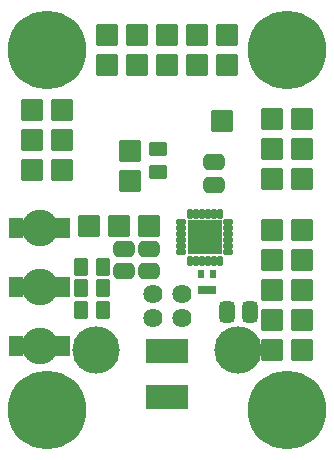
<source format=gbr>
%TF.GenerationSoftware,KiCad,Pcbnew,7.0.5.1-1-g8f565ef7f0-dirty-deb11*%
%TF.CreationDate,2023-07-10T00:45:30+00:00*%
%TF.ProjectId,USBI2C01,55534249-3243-4303-912e-6b696361645f,I2CUSB01A*%
%TF.SameCoordinates,Original*%
%TF.FileFunction,Soldermask,Bot*%
%TF.FilePolarity,Negative*%
%FSLAX46Y46*%
G04 Gerber Fmt 4.6, Leading zero omitted, Abs format (unit mm)*
G04 Created by KiCad (PCBNEW 7.0.5.1-1-g8f565ef7f0-dirty-deb11) date 2023-07-10 00:45:30*
%MOMM*%
%LPD*%
G01*
G04 APERTURE LIST*
G04 Aperture macros list*
%AMRoundRect*
0 Rectangle with rounded corners*
0 $1 Rounding radius*
0 $2 $3 $4 $5 $6 $7 $8 $9 X,Y pos of 4 corners*
0 Add a 4 corners polygon primitive as box body*
4,1,4,$2,$3,$4,$5,$6,$7,$8,$9,$2,$3,0*
0 Add four circle primitives for the rounded corners*
1,1,$1+$1,$2,$3*
1,1,$1+$1,$4,$5*
1,1,$1+$1,$6,$7*
1,1,$1+$1,$8,$9*
0 Add four rect primitives between the rounded corners*
20,1,$1+$1,$2,$3,$4,$5,0*
20,1,$1+$1,$4,$5,$6,$7,0*
20,1,$1+$1,$6,$7,$8,$9,0*
20,1,$1+$1,$8,$9,$2,$3,0*%
G04 Aperture macros list end*
%ADD10C,6.654800*%
%ADD11RoundRect,0.101600X0.825500X-0.825500X0.825500X0.825500X-0.825500X0.825500X-0.825500X-0.825500X0*%
%ADD12RoundRect,0.101600X-0.825500X0.825500X-0.825500X-0.825500X0.825500X-0.825500X0.825500X0.825500X0*%
%ADD13RoundRect,0.101600X0.825500X0.825500X-0.825500X0.825500X-0.825500X-0.825500X0.825500X-0.825500X0*%
%ADD14C,1.625600*%
%ADD15C,4.013200*%
%ADD16C,3.100000*%
%ADD17RoundRect,0.101600X-0.525000X0.750000X-0.525000X-0.750000X0.525000X-0.750000X0.525000X0.750000X0*%
%ADD18RoundRect,0.101600X-1.700000X0.950000X-1.700000X-0.950000X1.700000X-0.950000X1.700000X0.950000X0*%
%ADD19RoundRect,0.101600X0.647700X-0.495300X0.647700X0.495300X-0.647700X0.495300X-0.647700X-0.495300X0*%
%ADD20RoundRect,0.101600X0.495300X0.647700X-0.495300X0.647700X-0.495300X-0.647700X0.495300X-0.647700X0*%
%ADD21RoundRect,0.450000X-0.250000X-0.475000X0.250000X-0.475000X0.250000X0.475000X-0.250000X0.475000X0*%
%ADD22RoundRect,0.450000X-0.475000X0.250000X-0.475000X-0.250000X0.475000X-0.250000X0.475000X0.250000X0*%
%ADD23RoundRect,0.101600X0.175000X0.275000X-0.175000X0.275000X-0.175000X-0.275000X0.175000X-0.275000X0*%
%ADD24RoundRect,0.101600X-0.175000X-0.275000X0.175000X-0.275000X0.175000X0.275000X-0.175000X0.275000X0*%
%ADD25RoundRect,0.101600X0.125000X-0.350000X0.125000X0.350000X-0.125000X0.350000X-0.125000X-0.350000X0*%
%ADD26RoundRect,0.101600X-0.350000X-0.125000X0.350000X-0.125000X0.350000X0.125000X-0.350000X0.125000X0*%
%ADD27RoundRect,0.101600X-0.125000X0.350000X-0.125000X-0.350000X0.125000X-0.350000X0.125000X0.350000X0*%
%ADD28RoundRect,0.101600X0.350000X0.125000X-0.350000X0.125000X-0.350000X-0.125000X0.350000X-0.125000X0*%
%ADD29RoundRect,0.101600X1.350000X-1.350000X1.350000X1.350000X-1.350000X1.350000X-1.350000X-1.350000X0*%
%ADD30RoundRect,0.101600X-0.495300X-0.647700X0.495300X-0.647700X0.495300X0.647700X-0.495300X0.647700X0*%
%ADD31RoundRect,0.450000X0.475000X-0.250000X0.475000X0.250000X-0.475000X0.250000X-0.475000X-0.250000X0*%
G04 APERTURE END LIST*
D10*
%TO.C,X4*%
X138341100Y-89763600D03*
%TD*%
%TO.C,X3*%
X138341100Y-120243600D03*
%TD*%
D11*
%TO.C,SV7*%
X153104850Y-95796100D03*
%TD*%
%TO.C,SV4*%
X159931100Y-100717350D03*
X157391100Y-100717350D03*
X159931100Y-98177350D03*
X157391100Y-98177350D03*
X159931100Y-95637350D03*
X157391100Y-95637350D03*
%TD*%
D10*
%TO.C,X6*%
X158661100Y-89763600D03*
%TD*%
D12*
%TO.C,SV3*%
X146913600Y-104686100D03*
X144373600Y-104686100D03*
X141833600Y-104686100D03*
%TD*%
D11*
%TO.C,SV6*%
X139611100Y-99923600D03*
X137071100Y-99923600D03*
X139611100Y-97383600D03*
X137071100Y-97383600D03*
X139611100Y-94843600D03*
X137071100Y-94843600D03*
%TD*%
%TO.C,SV2*%
X159931100Y-115163600D03*
X157391100Y-115163600D03*
X159931100Y-112623600D03*
X157391100Y-112623600D03*
X159931100Y-110083600D03*
X157391100Y-110083600D03*
X159931100Y-107543600D03*
X157391100Y-107543600D03*
X159931100Y-105003600D03*
X157391100Y-105003600D03*
%TD*%
D10*
%TO.C,X5*%
X158661100Y-120243600D03*
%TD*%
D13*
%TO.C,SV5*%
X153581100Y-88493600D03*
X153581100Y-91033600D03*
X151041100Y-88493600D03*
X151041100Y-91033600D03*
X148501100Y-88493600D03*
X148501100Y-91033600D03*
X145961100Y-88493600D03*
X145961100Y-91033600D03*
X143421100Y-88493600D03*
X143421100Y-91033600D03*
%TD*%
%TO.C,SV1*%
X145326100Y-100876100D03*
X145326100Y-98336100D03*
%TD*%
D14*
%TO.C,X2*%
X149751100Y-110463600D03*
X147251100Y-110463600D03*
X147251100Y-112463600D03*
X149751100Y-112463600D03*
D15*
X142501100Y-115163600D03*
X154501100Y-115163600D03*
%TD*%
D16*
%TO.C,D2*%
X137706100Y-104823600D03*
D17*
X139706100Y-104823600D03*
X135706100Y-104823600D03*
%TD*%
D18*
%TO.C,P1*%
X148501100Y-115277350D03*
X148501100Y-119177350D03*
%TD*%
D19*
%TO.C,R5*%
X147707350Y-100079850D03*
X147707350Y-98179850D03*
%TD*%
D16*
%TO.C,D1*%
X137706100Y-114823600D03*
D17*
X139706100Y-114823600D03*
X135706100Y-114823600D03*
%TD*%
D20*
%TO.C,R4*%
X143101100Y-108178600D03*
X141201100Y-108178600D03*
%TD*%
%TO.C,R3*%
X143101100Y-109924850D03*
X141201100Y-109924850D03*
%TD*%
D21*
%TO.C,C1*%
X153583600Y-111988600D03*
X155483600Y-111988600D03*
%TD*%
D16*
%TO.C,D3*%
X137706100Y-109823600D03*
D17*
X139706100Y-109823600D03*
X135706100Y-109823600D03*
%TD*%
D22*
%TO.C,C3*%
X146913600Y-106593600D03*
X146913600Y-108493600D03*
%TD*%
D23*
%TO.C,D4*%
X152334850Y-110123600D03*
X151834850Y-110123600D03*
X151334850Y-110123600D03*
D24*
X151334850Y-108773600D03*
X152334850Y-108773600D03*
%TD*%
D25*
%TO.C,X1*%
X152926100Y-107613600D03*
X152426100Y-107613600D03*
X151926100Y-107613600D03*
X151426100Y-107613600D03*
X150926100Y-107613600D03*
X150426100Y-107613600D03*
D26*
X149701100Y-106888600D03*
X149701100Y-106388600D03*
X149701100Y-105888600D03*
X149701100Y-105388600D03*
X149701100Y-104888600D03*
X149701100Y-104388600D03*
D27*
X150426100Y-103663600D03*
X150926100Y-103663600D03*
X151426100Y-103663600D03*
X151926100Y-103663600D03*
X152426100Y-103663600D03*
X152926100Y-103663600D03*
D28*
X153651100Y-104388600D03*
X153651100Y-104888600D03*
X153651100Y-105388600D03*
X153651100Y-105888600D03*
X153651100Y-106388600D03*
X153651100Y-106888600D03*
D29*
X151676100Y-105638600D03*
%TD*%
D30*
%TO.C,R1*%
X141201100Y-111829850D03*
X143101100Y-111829850D03*
%TD*%
D31*
%TO.C,C4*%
X152469850Y-101191100D03*
X152469850Y-99291100D03*
%TD*%
D22*
%TO.C,C2*%
X144849850Y-106593600D03*
X144849850Y-108493600D03*
%TD*%
M02*

</source>
